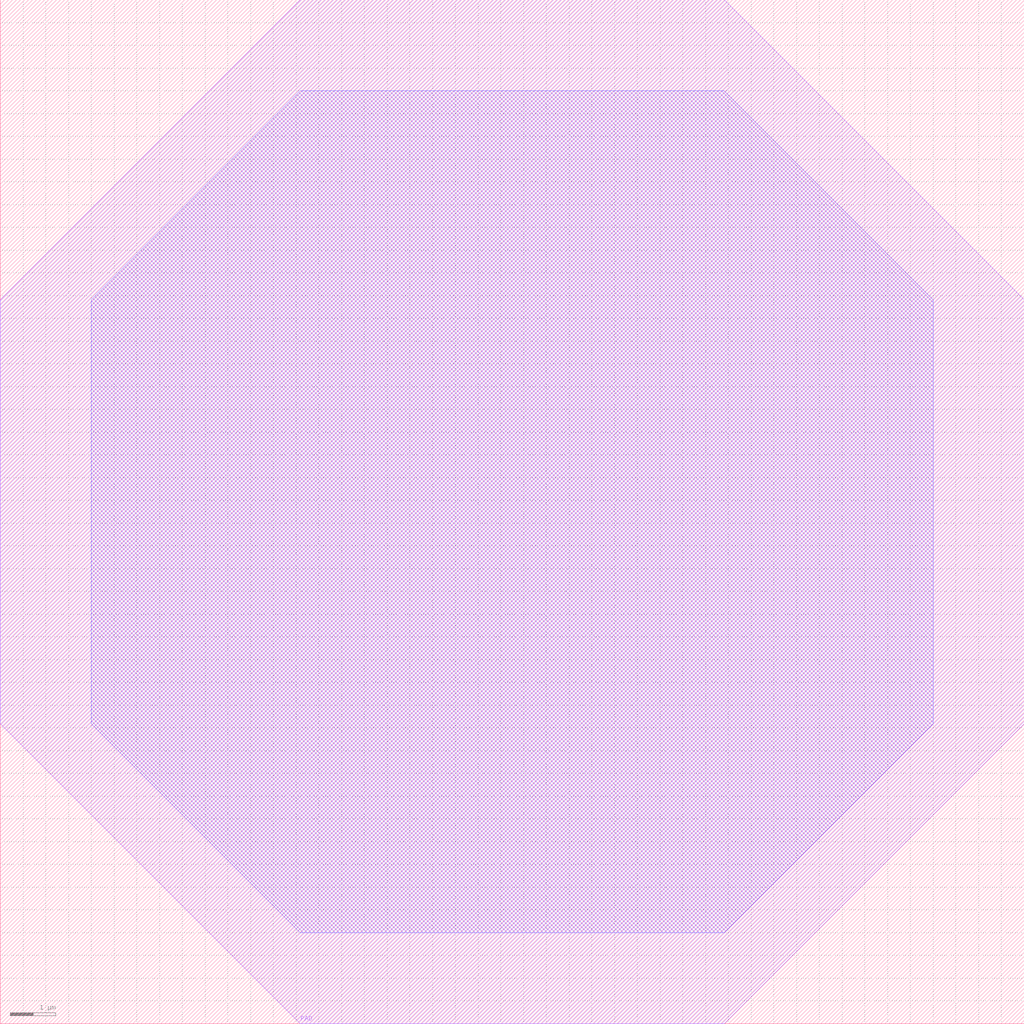
<source format=lef>
VERSION 5.8 ;
BUSBITCHARS "[]" ;
DIVIDERCHAR "/" ;

MACRO UBUMP
	CLASS COVER BUMP ;
	ORIGIN 0 0 ;
	SIZE 22.5 BY 22.5 ;
	SYMMETRY X Y ;
	PIN PAD
		DIRECTION INOUT ;
		USE SIGNAL ;
		PORT
			LAYER metal6 ;
				POLYGON 6.59 0 15.91 0 22.5 6.59 22.5 15.91 15.91 22.5 6.59 22.5 0 15.91 0 6.59 ; 
		END
	END PAD
	OBS
		LAYER via5 SPACING 0.000 ;
			POLYGON 6.59 2 15.91 2 20.5 6.59 20.5 15.91 15.91 20.5 6.59 20.5 2 15.91 2 6.59 ; 
	END
END UBUMP

END LIBRARY
</source>
